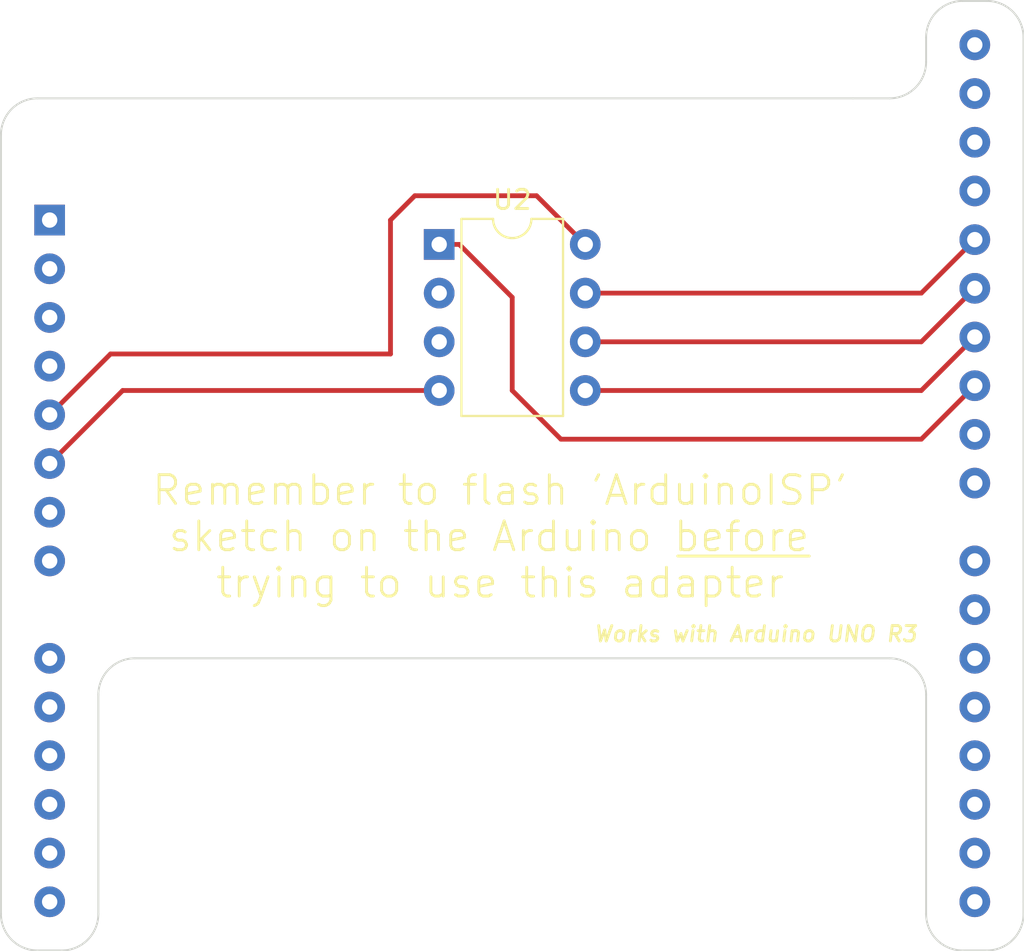
<source format=kicad_pcb>
(kicad_pcb (version 20171130) (host pcbnew "(5.1.5)-3")

  (general
    (thickness 1.6)
    (drawings 25)
    (tracks 20)
    (zones 0)
    (modules 2)
    (nets 7)
  )

  (page A4)
  (layers
    (0 F.Cu signal)
    (31 B.Cu signal)
    (32 B.Adhes user)
    (33 F.Adhes user)
    (34 B.Paste user)
    (35 F.Paste user)
    (36 B.SilkS user)
    (37 F.SilkS user)
    (38 B.Mask user)
    (39 F.Mask user)
    (40 Dwgs.User user)
    (41 Cmts.User user)
    (42 Eco1.User user)
    (43 Eco2.User user)
    (44 Edge.Cuts user)
    (45 Margin user)
    (46 B.CrtYd user)
    (47 F.CrtYd user)
    (48 B.Fab user)
    (49 F.Fab user)
  )

  (setup
    (last_trace_width 0.25)
    (trace_clearance 0.2)
    (zone_clearance 0.508)
    (zone_45_only no)
    (trace_min 0.2)
    (via_size 0.8)
    (via_drill 0.4)
    (via_min_size 0.4)
    (via_min_drill 0.3)
    (uvia_size 0.3)
    (uvia_drill 0.1)
    (uvias_allowed no)
    (uvia_min_size 0.2)
    (uvia_min_drill 0.1)
    (edge_width 0.1)
    (segment_width 0.2)
    (pcb_text_width 0.3)
    (pcb_text_size 1.5 1.5)
    (mod_edge_width 0.15)
    (mod_text_size 1 1)
    (mod_text_width 0.15)
    (pad_size 1.524 1.524)
    (pad_drill 0.762)
    (pad_to_mask_clearance 0)
    (aux_axis_origin 0 0)
    (visible_elements 7FFFFFFF)
    (pcbplotparams
      (layerselection 0x010fc_ffffffff)
      (usegerberextensions false)
      (usegerberattributes false)
      (usegerberadvancedattributes false)
      (creategerberjobfile false)
      (excludeedgelayer true)
      (linewidth 0.100000)
      (plotframeref false)
      (viasonmask false)
      (mode 1)
      (useauxorigin false)
      (hpglpennumber 1)
      (hpglpenspeed 20)
      (hpglpendiameter 15.000000)
      (psnegative false)
      (psa4output false)
      (plotreference true)
      (plotvalue true)
      (plotinvisibletext false)
      (padsonsilk false)
      (subtractmaskfromsilk false)
      (outputformat 1)
      (mirror false)
      (drillshape 1)
      (scaleselection 1)
      (outputdirectory ""))
  )

  (net 0 "")
  (net 1 "Net-(A1-Pad28)")
  (net 2 "Net-(A1-Pad27)")
  (net 3 "Net-(A1-Pad26)")
  (net 4 "Net-(A1-Pad25)")
  (net 5 "Net-(A1-Pad5)")
  (net 6 "Net-(A1-Pad6)")

  (net_class Default "This is the default net class."
    (clearance 0.2)
    (trace_width 0.25)
    (via_dia 0.8)
    (via_drill 0.4)
    (uvia_dia 0.3)
    (uvia_drill 0.1)
    (add_net "Net-(A1-Pad1)")
    (add_net "Net-(A1-Pad10)")
    (add_net "Net-(A1-Pad11)")
    (add_net "Net-(A1-Pad12)")
    (add_net "Net-(A1-Pad13)")
    (add_net "Net-(A1-Pad14)")
    (add_net "Net-(A1-Pad15)")
    (add_net "Net-(A1-Pad16)")
    (add_net "Net-(A1-Pad17)")
    (add_net "Net-(A1-Pad18)")
    (add_net "Net-(A1-Pad19)")
    (add_net "Net-(A1-Pad2)")
    (add_net "Net-(A1-Pad20)")
    (add_net "Net-(A1-Pad21)")
    (add_net "Net-(A1-Pad22)")
    (add_net "Net-(A1-Pad23)")
    (add_net "Net-(A1-Pad24)")
    (add_net "Net-(A1-Pad25)")
    (add_net "Net-(A1-Pad26)")
    (add_net "Net-(A1-Pad27)")
    (add_net "Net-(A1-Pad28)")
    (add_net "Net-(A1-Pad29)")
    (add_net "Net-(A1-Pad3)")
    (add_net "Net-(A1-Pad30)")
    (add_net "Net-(A1-Pad31)")
    (add_net "Net-(A1-Pad32)")
    (add_net "Net-(A1-Pad4)")
    (add_net "Net-(A1-Pad5)")
    (add_net "Net-(A1-Pad6)")
    (add_net "Net-(A1-Pad7)")
    (add_net "Net-(A1-Pad8)")
    (add_net "Net-(A1-Pad9)")
    (add_net "Net-(U2-Pad2)")
    (add_net "Net-(U2-Pad3)")
  )

  (module ArduinoUnoMultiProgrammerAdapters:Arduino-UNO-R3-Shield (layer B.Cu) (tedit 5E40B120) (tstamp 5E40DC7A)
    (at 149.86 107.95 270)
    (descr "Shiled footprint for Arduino UNO R3")
    (tags "Arduino UNO R3")
    (path /5E40AE02)
    (fp_text reference A1 (at 1.27 3.81 270) (layer B.SilkS) hide
      (effects (font (size 1 1) (thickness 0.15)) (justify mirror))
    )
    (fp_text value Arduino_UNO_R3 (at 0 -22.86 90) (layer B.Fab) hide
      (effects (font (size 1 1) (thickness 0.15)) (justify mirror))
    )
    (fp_text user %R (at 0 -20.32 270) (layer B.Fab) hide
      (effects (font (size 1 1) (thickness 0.15)) (justify mirror))
    )
    (pad 16 thru_hole oval (at 33.02 -48.26 180) (size 1.6 1.6) (drill 0.8) (layers *.Cu *.Mask))
    (pad 15 thru_hole oval (at 35.56 -48.26 180) (size 1.6 1.6) (drill 0.8) (layers *.Cu *.Mask))
    (pad 30 thru_hole oval (at -4.06 -48.26 180) (size 1.6 1.6) (drill 0.8) (layers *.Cu *.Mask))
    (pad 14 thru_hole oval (at 35.56 0 180) (size 1.6 1.6) (drill 0.8) (layers *.Cu *.Mask))
    (pad 29 thru_hole oval (at -1.52 -48.26 180) (size 1.6 1.6) (drill 0.8) (layers *.Cu *.Mask))
    (pad 13 thru_hole oval (at 33.02 0 180) (size 1.6 1.6) (drill 0.8) (layers *.Cu *.Mask))
    (pad 28 thru_hole oval (at 1.02 -48.26 180) (size 1.6 1.6) (drill 0.8) (layers *.Cu *.Mask)
      (net 1 "Net-(A1-Pad28)"))
    (pad 12 thru_hole oval (at 30.48 0 180) (size 1.6 1.6) (drill 0.8) (layers *.Cu *.Mask))
    (pad 27 thru_hole oval (at 3.56 -48.26 180) (size 1.6 1.6) (drill 0.8) (layers *.Cu *.Mask)
      (net 2 "Net-(A1-Pad27)"))
    (pad 11 thru_hole oval (at 27.94 0 180) (size 1.6 1.6) (drill 0.8) (layers *.Cu *.Mask))
    (pad 26 thru_hole oval (at 6.1 -48.26 180) (size 1.6 1.6) (drill 0.8) (layers *.Cu *.Mask)
      (net 3 "Net-(A1-Pad26)"))
    (pad 10 thru_hole oval (at 25.4 0 180) (size 1.6 1.6) (drill 0.8) (layers *.Cu *.Mask))
    (pad 25 thru_hole oval (at 8.64 -48.26 180) (size 1.6 1.6) (drill 0.8) (layers *.Cu *.Mask)
      (net 4 "Net-(A1-Pad25)"))
    (pad 9 thru_hole oval (at 22.86 0 180) (size 1.6 1.6) (drill 0.8) (layers *.Cu *.Mask))
    (pad 24 thru_hole oval (at 11.18 -48.26 180) (size 1.6 1.6) (drill 0.8) (layers *.Cu *.Mask))
    (pad 8 thru_hole oval (at 17.78 0 180) (size 1.6 1.6) (drill 0.8) (layers *.Cu *.Mask))
    (pad 23 thru_hole oval (at 13.72 -48.26 180) (size 1.6 1.6) (drill 0.8) (layers *.Cu *.Mask))
    (pad 7 thru_hole oval (at 15.24 0 180) (size 1.6 1.6) (drill 0.8) (layers *.Cu *.Mask))
    (pad 22 thru_hole oval (at 17.78 -48.26 180) (size 1.6 1.6) (drill 0.8) (layers *.Cu *.Mask))
    (pad 6 thru_hole oval (at 12.7 0 180) (size 1.6 1.6) (drill 0.8) (layers *.Cu *.Mask)
      (net 6 "Net-(A1-Pad6)"))
    (pad 21 thru_hole oval (at 20.32 -48.26 180) (size 1.6 1.6) (drill 0.8) (layers *.Cu *.Mask))
    (pad 5 thru_hole oval (at 10.16 0 180) (size 1.6 1.6) (drill 0.8) (layers *.Cu *.Mask)
      (net 5 "Net-(A1-Pad5)"))
    (pad 20 thru_hole oval (at 22.86 -48.26 180) (size 1.6 1.6) (drill 0.8) (layers *.Cu *.Mask))
    (pad 4 thru_hole oval (at 7.62 0 180) (size 1.6 1.6) (drill 0.8) (layers *.Cu *.Mask))
    (pad 19 thru_hole oval (at 25.4 -48.26 180) (size 1.6 1.6) (drill 0.8) (layers *.Cu *.Mask))
    (pad 3 thru_hole oval (at 5.08 0 180) (size 1.6 1.6) (drill 0.8) (layers *.Cu *.Mask))
    (pad 18 thru_hole oval (at 27.94 -48.26 180) (size 1.6 1.6) (drill 0.8) (layers *.Cu *.Mask))
    (pad 2 thru_hole oval (at 2.54 0 180) (size 1.6 1.6) (drill 0.8) (layers *.Cu *.Mask))
    (pad 17 thru_hole oval (at 30.48 -48.26 180) (size 1.6 1.6) (drill 0.8) (layers *.Cu *.Mask))
    (pad 1 thru_hole rect (at 0 0 180) (size 1.6 1.6) (drill 0.8) (layers *.Cu *.Mask))
    (pad 31 thru_hole oval (at -6.6 -48.26 180) (size 1.6 1.6) (drill 0.8) (layers *.Cu *.Mask))
    (pad 32 thru_hole oval (at -9.14 -48.26 180) (size 1.6 1.6) (drill 0.8) (layers *.Cu *.Mask))
    (model ${KISYS3DMOD}/Module.3dshapes/Arduino_UNO_R3.wrl
      (at (xyz 0 0 0))
      (scale (xyz 1 1 1))
      (rotate (xyz 0 0 0))
    )
  )

  (module Package_DIP:DIP-8_W7.62mm (layer F.Cu) (tedit 5A02E8C5) (tstamp 5E40B5A6)
    (at 170.18 109.22)
    (descr "8-lead though-hole mounted DIP package, row spacing 7.62 mm (300 mils)")
    (tags "THT DIP DIL PDIP 2.54mm 7.62mm 300mil")
    (path /5E409E5B)
    (fp_text reference U2 (at 3.81 -2.33 180) (layer F.SilkS)
      (effects (font (size 1 1) (thickness 0.15)))
    )
    (fp_text value ATtiny85 (at 3.81 9.95 180) (layer F.Fab)
      (effects (font (size 1 1) (thickness 0.15)))
    )
    (fp_text user %R (at 3.81 3.81 180) (layer F.Fab)
      (effects (font (size 1 1) (thickness 0.15)))
    )
    (fp_line (start 8.7 -1.55) (end -1.1 -1.55) (layer F.CrtYd) (width 0.05))
    (fp_line (start 8.7 9.15) (end 8.7 -1.55) (layer F.CrtYd) (width 0.05))
    (fp_line (start -1.1 9.15) (end 8.7 9.15) (layer F.CrtYd) (width 0.05))
    (fp_line (start -1.1 -1.55) (end -1.1 9.15) (layer F.CrtYd) (width 0.05))
    (fp_line (start 6.46 -1.33) (end 4.81 -1.33) (layer F.SilkS) (width 0.12))
    (fp_line (start 6.46 8.95) (end 6.46 -1.33) (layer F.SilkS) (width 0.12))
    (fp_line (start 1.16 8.95) (end 6.46 8.95) (layer F.SilkS) (width 0.12))
    (fp_line (start 1.16 -1.33) (end 1.16 8.95) (layer F.SilkS) (width 0.12))
    (fp_line (start 2.81 -1.33) (end 1.16 -1.33) (layer F.SilkS) (width 0.12))
    (fp_line (start 0.635 -0.27) (end 1.635 -1.27) (layer F.Fab) (width 0.1))
    (fp_line (start 0.635 8.89) (end 0.635 -0.27) (layer F.Fab) (width 0.1))
    (fp_line (start 6.985 8.89) (end 0.635 8.89) (layer F.Fab) (width 0.1))
    (fp_line (start 6.985 -1.27) (end 6.985 8.89) (layer F.Fab) (width 0.1))
    (fp_line (start 1.635 -1.27) (end 6.985 -1.27) (layer F.Fab) (width 0.1))
    (fp_arc (start 3.81 -1.33) (end 2.81 -1.33) (angle -180) (layer F.SilkS) (width 0.12))
    (pad 8 thru_hole oval (at 7.62 0) (size 1.6 1.6) (drill 0.8) (layers *.Cu *.Mask)
      (net 5 "Net-(A1-Pad5)"))
    (pad 4 thru_hole oval (at 0 7.62) (size 1.6 1.6) (drill 0.8) (layers *.Cu *.Mask)
      (net 6 "Net-(A1-Pad6)"))
    (pad 7 thru_hole oval (at 7.62 2.54) (size 1.6 1.6) (drill 0.8) (layers *.Cu *.Mask)
      (net 1 "Net-(A1-Pad28)"))
    (pad 3 thru_hole oval (at 0 5.08) (size 1.6 1.6) (drill 0.8) (layers *.Cu *.Mask))
    (pad 6 thru_hole oval (at 7.62 5.08) (size 1.6 1.6) (drill 0.8) (layers *.Cu *.Mask)
      (net 2 "Net-(A1-Pad27)"))
    (pad 2 thru_hole oval (at 0 2.54) (size 1.6 1.6) (drill 0.8) (layers *.Cu *.Mask))
    (pad 5 thru_hole oval (at 7.62 7.62) (size 1.6 1.6) (drill 0.8) (layers *.Cu *.Mask)
      (net 3 "Net-(A1-Pad26)"))
    (pad 1 thru_hole rect (at 0 0) (size 1.6 1.6) (drill 0.8) (layers *.Cu *.Mask)
      (net 4 "Net-(A1-Pad25)"))
    (model ${KISYS3DMOD}/Package_DIP.3dshapes/DIP-8_W7.62mm.wrl
      (at (xyz 0 0 0))
      (scale (xyz 1 1 1))
      (rotate (xyz 0 0 0))
    )
  )

  (gr_text "Works with Arduino UNO R3" (at 186.69 129.54) (layer F.SilkS)
    (effects (font (size 0.8 0.8) (thickness 0.15) italic))
  )
  (gr_line (start 182.626 125.476) (end 189.484 125.476) (layer F.SilkS) (width 0.15))
  (gr_text "Remember to flash 'ArduinoISP'\nsketch on the Arduino before \ntrying to use this adapter" (at 173.355 124.46) (layer F.SilkS)
    (effects (font (size 1.5 1.5) (thickness 0.15)))
  )
  (gr_arc (start 154.305 132.715) (end 154.305 130.81) (angle -90) (layer Edge.Cuts) (width 0.1))
  (gr_line (start 193.675 130.81) (end 154.305 130.81) (layer Edge.Cuts) (width 0.1))
  (gr_arc (start 193.675 132.715) (end 195.58 132.715) (angle -90) (layer Edge.Cuts) (width 0.1))
  (gr_arc (start 149.225 103.505) (end 149.225 101.6) (angle -90) (layer Edge.Cuts) (width 0.1))
  (gr_line (start 150.495 146.05) (end 149.225 146.05) (layer Edge.Cuts) (width 0.1) (tstamp 5E4112BF))
  (gr_arc (start 149.225 144.145) (end 147.32 144.145) (angle -90) (layer Edge.Cuts) (width 0.1))
  (gr_arc (start 150.495 144.145) (end 150.495 146.05) (angle -90) (layer Edge.Cuts) (width 0.1))
  (gr_line (start 152.4 144.145) (end 152.4 132.715) (layer Edge.Cuts) (width 0.1))
  (gr_line (start 195.58 144.145) (end 195.58 132.715) (layer Edge.Cuts) (width 0.1))
  (gr_arc (start 197.485 144.145) (end 195.58 144.145) (angle -90) (layer Edge.Cuts) (width 0.1))
  (gr_line (start 198.755 146.05) (end 197.485 146.05) (layer Edge.Cuts) (width 0.1) (tstamp 5E41127F))
  (gr_line (start 200.66 143.51) (end 200.66 144.145) (layer Edge.Cuts) (width 0.1) (tstamp 5E411277))
  (gr_arc (start 198.755 144.145) (end 198.755 146.05) (angle -90) (layer Edge.Cuts) (width 0.1))
  (gr_line (start 147.32 144.145) (end 147.32 103.505) (layer Edge.Cuts) (width 0.1))
  (gr_line (start 197.485 96.52) (end 198.755 96.52) (layer Edge.Cuts) (width 0.1) (tstamp 5E411276))
  (gr_line (start 193.675 101.6) (end 191.77 101.6) (layer Edge.Cuts) (width 0.1) (tstamp 5E411275))
  (gr_line (start 195.58 98.425) (end 195.58 99.695) (layer Edge.Cuts) (width 0.1) (tstamp 5E411274))
  (gr_arc (start 193.675 99.695) (end 193.675 101.6) (angle -90) (layer Edge.Cuts) (width 0.1))
  (gr_line (start 200.66 98.425) (end 200.66 143.51) (layer Edge.Cuts) (width 0.1))
  (gr_line (start 149.225 101.6) (end 191.77 101.6) (layer Edge.Cuts) (width 0.1))
  (gr_arc (start 197.485 98.425) (end 197.485 96.52) (angle -90) (layer Edge.Cuts) (width 0.1))
  (gr_arc (start 198.755 98.425) (end 200.66 98.425) (angle -90) (layer Edge.Cuts) (width 0.1))

  (segment (start 195.33 111.76) (end 198.12 108.97) (width 0.25) (layer F.Cu) (net 1))
  (segment (start 177.8 111.76) (end 195.33 111.76) (width 0.25) (layer F.Cu) (net 1))
  (segment (start 195.33 114.3) (end 198.12 111.51) (width 0.25) (layer F.Cu) (net 2))
  (segment (start 177.8 114.3) (end 195.33 114.3) (width 0.25) (layer F.Cu) (net 2))
  (segment (start 195.33 116.84) (end 198.12 114.05) (width 0.25) (layer F.Cu) (net 3))
  (segment (start 177.8 116.84) (end 195.33 116.84) (width 0.25) (layer F.Cu) (net 3))
  (segment (start 173.99 116.84) (end 176.53 119.38) (width 0.25) (layer F.Cu) (net 4))
  (segment (start 195.33 119.38) (end 198.12 116.59) (width 0.25) (layer F.Cu) (net 4))
  (segment (start 176.53 119.38) (end 195.33 119.38) (width 0.25) (layer F.Cu) (net 4))
  (segment (start 171.23 109.22) (end 170.18 109.22) (width 0.25) (layer F.Cu) (net 4))
  (segment (start 173.99 111.98) (end 171.23 109.22) (width 0.25) (layer F.Cu) (net 4))
  (segment (start 173.99 116.84) (end 173.99 111.98) (width 0.25) (layer F.Cu) (net 4))
  (segment (start 177.8 109.22) (end 175.26 106.68) (width 0.25) (layer F.Cu) (net 5))
  (segment (start 175.26 106.68) (end 168.91 106.68) (width 0.25) (layer F.Cu) (net 5))
  (segment (start 168.91 106.68) (end 167.64 107.95) (width 0.25) (layer F.Cu) (net 5))
  (segment (start 167.64 107.95) (end 167.64 114.935) (width 0.25) (layer F.Cu) (net 5))
  (segment (start 153.035 114.935) (end 149.86 118.11) (width 0.25) (layer F.Cu) (net 5))
  (segment (start 167.64 114.935) (end 153.035 114.935) (width 0.25) (layer F.Cu) (net 5))
  (segment (start 153.67 116.84) (end 149.86 120.65) (width 0.25) (layer F.Cu) (net 6))
  (segment (start 170.18 116.84) (end 153.67 116.84) (width 0.25) (layer F.Cu) (net 6))

)

</source>
